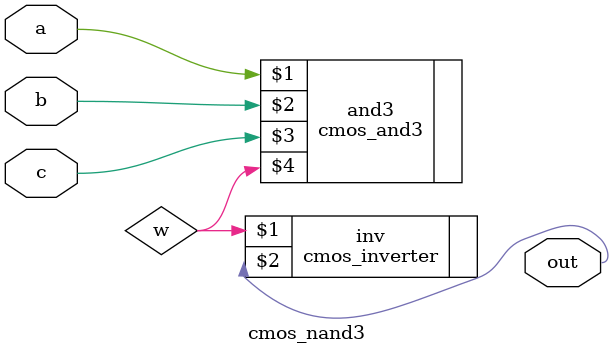
<source format=v>
module cmos_nand3(input a, b, c, output out);
	wire w;
	// NAND gate body, 3 input
	cmos_and3 and3(a, b, c, w);
	cmos_inverter inv(w, out);
endmodule


</source>
